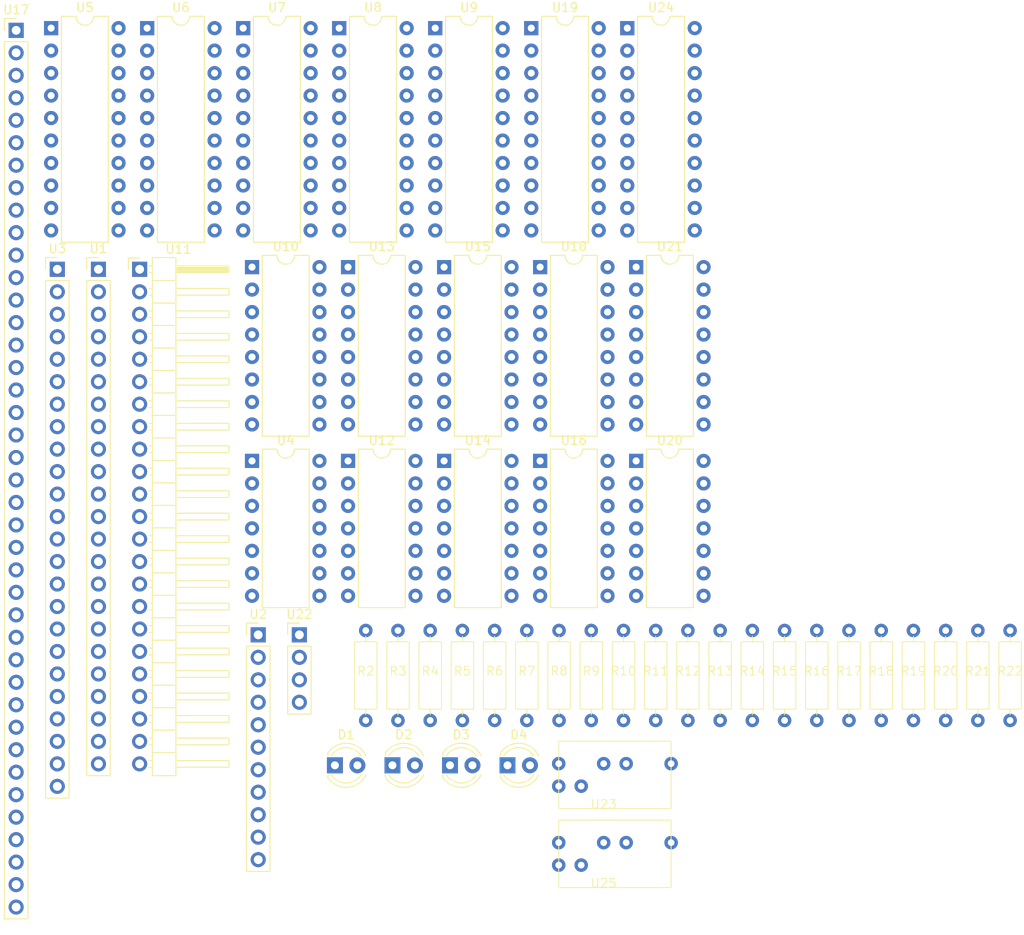
<source format=kicad_pcb>
(kicad_pcb (version 20240108) (generator "pcbnew") (generator_version "8.0")
  (layers (0 "F.Cu" signal) (31 "B.Cu" signal) (34 "B.Paste" user) (35 "F.Paste" user) (36 "B.SilkS" user "B.Silkscreen") (37 "F.SilkS" user "F.Silkscreen") (38 "B.Mask" user) (39 "F.Mask" user) (44 "Edge.Cuts" user))
  (net 0 "")
  (net 1 "Net-(U1-READ_0)")
  (net 2 "Net-(U1-ENABLE)")
  (net 3 "Net-(U1-CLK_A)")
  (net 5 "Net-(U1-READ_1)")
  (net 6 "Net-(U1-D1)")
  (net 8 "Net-(U1-READ_READY)")
  (net 9 "Net-(U1-D4)")
  (net 10 "Net-(U1-WRITE_0)")
  (net 11 "Net-(U1-D2)")
  (net 12 "Net-(U1-CLK_B)")
  (net 13 "Net-(U1-D5)")
  (net 14 "Net-(U1-V+)")
  (net 15 "Net-(D1-K)")
  (net 16 "Net-(U1-D6)")
  (net 18 "Net-(U1-D7)")
  (net 19 "Net-(U1-D0)")
  (net 20 "Net-(U1-D3)")
  (net 22 "Net-(U1-FAULT)")
  (net 23 "Net-(U1-READ_2)")
  (net 24 "Net-(U17-D13)")
  (net 25 "Net-(U10-Q1)")
  (net 26 "Net-(U10-Q3)")
  (net 27 "Net-(U17-D14)")
  (net 28 "Net-(U11-BUS_MOVE_DONE)")
  (net 29 "Net-(U10-Q2)")
  (net 30 "Net-(U17-D15)")
  (net 31 "Net-(U11-START)")
  (net 32 "Net-(U10-Q0)")
  (net 33 "Net-(U17-D12)")
  (net 34 "Net-(U11-BUS_MOVE)")
  (net 35 "Net-(U12-1Q)")
  (net 36 "Net-(U17-A14)")
  (net 37 "Net-(U17-A5)")
  (net 38 "Net-(U17-A2)")
  (net 39 "Net-(U11-CALL_STACK-POP)")
  (net 40 "Net-(U17-A1)")
  (net 41 "Net-(U17-A13)")
  (net 42 "Net-(U17-A12)")
  (net 43 "Net-(U17-A7)")
  (net 44 "Net-(U17-A9)")
  (net 45 "Net-(U17-A3)")
  (net 46 "Net-(U17-A0)")
  (net 47 "Net-(U17-A10)")
  (net 48 "Net-(U14-3B)")
  (net 49 "Net-(U17-A11)")
  (net 50 "Net-(U17-A8)")
  (net 51 "Net-(U11-CALL_STACK-PUSH)")
  (net 52 "Net-(U17-A6)")
  (net 53 "Net-(U17-A4)")
  (net 54 "Net-(U17-A15)")
  (net 55 "Net-(U16-4B)")
  (net 56 "Net-(U16-3B)")
  (net 57 "Net-(U16-3Q)")
  (net 60 "Net-(U20-O4)")
  (net 61 "Net-(U16-2Q)")
  (net 62 "Net-(U21-A1)")
  (net 63 "Net-(U18-A0)")
  (net 64 "Net-(U18-A2)")
  (net 65 "Net-(U21-A0)")
  (net 66 "Net-(U18-A1)")
  (net 67 "Net-(U21-A2)")
  (net 68 "Net-(U21-A3)")
  (net 69 "Net-(U11-PRE_ADDER_LATCH_CLOCK)")
  (net 70 "Net-(U18-A3)")
  (net 71 "Net-(U16-1Q)")
  (net 72 "Net-(U17-D7)")
  (net 73 "Net-(U10-A3)")
  (net 74 "Net-(U20-03)")
  (net 75 "Net-(U17-D6)")
  (net 76 "Net-(U10-A2)")
  (net 77 "Net-(U10-A1)")
  (net 78 "Net-(U17-D4)")
  (net 79 "Net-(U17-D5)")
  (net 80 "Net-(U10-A0)")
  (net 81 "Net-(U15-A1)")
  (net 82 "Net-(U15-A3)")
  (net 83 "Net-(U13-A3)")
  (net 84 "Net-(U15-A0)")
  (net 85 "Net-(U13-A2)")
  (net 86 "Net-(U15-A2)")
  (net 87 "Net-(U13-A1)")
  (net 88 "Net-(U13-A0)")
  (net 89 "Net-(D1-A)")
  (net 90 "Net-(U11-PROG_READ)")
  (net 91 "Net-(U11-CALL_STACK-OE)")
  (net 92 "Net-(U11-FAULT)")
  (net 93 "Net-(U11-GOTO_LATCHES_OE)")
  (net 94 "Net-(U11-POST_ADDER_LATCH_CLOCK)")
  (net 95 "Net-(U11-PROG_READ_DONE)")
  (net 96 "Net-(D2-A)")
  (net 97 "Net-(D3-A)")
  (net 98 "Net-(D4-A)")
  (net 99 "Net-(U11-POST_ADDER_LATCH_OE)")
  (net 100 "Net-(U12-3B)")
  (net 101 "Net-(U12-4Q)")
  (net 102 "Net-(U12-2Q)")
  (net 104 "Net-(U13-Σ0)")
  (net 105 "Net-(U13-Σ2)")
  (net 106 "Net-(U13-Σ3)")
  (net 107 "Net-(U13-Σ1)")
  (net 108 "Net-(U13-C_IN)")
  (net 112 "Net-(U15-Σ3)")
  (net 113 "Net-(U15-B0)")
  (net 114 "Net-(U15-Σ0)")
  (net 115 "Net-(U15-Σ1)")
  (net 116 "Net-(U15-C_IN)")
  (net 117 "Net-(U15-Σ2)")
  (net 118 "Net-(U18-Σ2)")
  (net 119 "Net-(U18-C_IN)")
  (net 120 "Net-(U18-Σ0)")
  (net 121 "Net-(U18-Σ1)")
  (net 122 "Net-(U18-Σ3)")
  (net 123 "Net-(U19-OE#)")
  (net 127 "Net-(U16-4Q)")
  (net 128 "Net-(U21-Σ3)")
  (net 129 "Net-(U21-Σ0)")
  (net 130 "Net-(U21-Σ2)")
  (net 131 "Net-(U21-Σ1)")
  (net 132 "Net-(U17-Done)")
  (footprint "LED_THT:LED_D4.0mm" (layer "F.Cu") (at 144.845 137.15)
    (property "Reference" "D2")
    (property "Value" "LED")
  )
  (footprint "Package_DIP:DIP-20_W7.62mm" (layer "F.Cu") (at 160.53 53.86)
    (property "Reference" "U19")
    (property "Value" "~")
  )
  (footprint "Connector_PinHeader_2.54mm:PinHeader_1x04_P2.54mm_Vertical" (layer "F.Cu") (at 134.33 122.41)
    (property "Reference" "U22")
    (property "Value" "~")
  )
  (footprint "custom_footprint_library:jumper" (layer "F.Cu") (at 168.712 150.965)
    (property "Reference" "U25")
    (property "Value" "~")
  )
  (footprint "Connector_PinHeader_2.54mm:PinHeader_1x24_P2.54mm_Vertical" (layer "F.Cu") (at 106.98 81.11)
    (property "Reference" "U3")
    (property "Value" "~")
  )
  (footprint "Package_DIP:DIP-20_W7.62mm" (layer "F.Cu") (at 127.98 53.86)
    (property "Reference" "U7")
    (property "Value" "~")
  )
  (footprint "Connector_PinHeader_2.54mm:PinHeader_1x40_P2.54mm_Vertical" (layer "F.Cu") (at 102.33 54.11)
    (property "Reference" "U17")
    (property "Value" "~")
  )
  (footprint "Package_DIP:DIP-14_W7.62mm" (layer "F.Cu") (at 128.98 102.76)
    (property "Reference" "U4")
    (property "Value" "~")
  )
  (footprint "Package_DIP:DIP-14_W7.62mm" (layer "F.Cu") (at 161.53 102.76)
    (property "Reference" "U16")
    (property "Value" "~")
  )
  (footprint "Package_DIP:DIP-16_W7.62mm" (layer "F.Cu") (at 139.83 80.86)
    (property "Reference" "U13")
    (property "Value" "~")
  )
  (footprint "Package_DIP:DIP-16_W7.62mm" (layer "F.Cu") (at 128.98 80.86)
    (property "Reference" "U10")
    (property "Value" "~")
  )
  (footprint "custom_footprint_library:0.4_pitch_resistor" (layer "F.Cu") (at 189.15 127)
    (property "Reference" "R15")
    (property "Value" "10k")
  )
  (footprint "custom_footprint_library:0.4_pitch_resistor" (layer "F.Cu") (at 203.71 127)
    (property "Reference" "R19")
    (property "Value" "10k")
  )
  (footprint "Package_DIP:DIP-14_W7.62mm" (layer "F.Cu") (at 150.68 102.76)
    (property "Reference" "U14")
    (property "Value" "~")
  )
  (footprint "LED_THT:LED_D4.0mm" (layer "F.Cu") (at 151.345 137.15)
    (property "Reference" "D3")
    (property "Value" "LED")
  )
  (footprint "Package_DIP:DIP-20_W7.62mm" (layer "F.Cu") (at 149.68 53.86)
    (property "Reference" "U9")
    (property "Value" "~")
  )
  (footprint "custom_footprint_library:0.4_pitch_resistor" (layer "F.Cu") (at 167.31 127)
    (property "Reference" "R9")
    (property "Value" "10k")
  )
  (footprint "custom_footprint_library:0.4_pitch_resistor" (layer "F.Cu") (at 214.63 127)
    (property "Reference" "R22")
    (property "Value" "10k")
  )
  (footprint "custom_footprint_library:0.4_pitch_resistor" (layer "F.Cu") (at 160.03 127)
    (property "Reference" "R7")
    (property "Value" "10k")
  )
  (footprint "Connector_PinHeader_2.54mm:PinHeader_1x23_P2.54mm_Vertical" (layer "F.Cu") (at 111.63 81.11)
    (property "Reference" "U1")
    (property "Value" "~")
  )
  (footprint "custom_footprint_library:0.4_pitch_resistor" (layer "F.Cu") (at 145.47 127)
    (property "Reference" "R3")
    (property "Value" "10k")
  )
  (footprint "custom_footprint_library:0.4_pitch_resistor" (layer "F.Cu") (at 149.11 127)
    (property "Reference" "R4")
    (property "Value" "10k")
  )
  (footprint "Connector_PinHeader_2.54mm:PinHeader_1x11_P2.54mm_Vertical" (layer "F.Cu") (at 129.68 122.41)
    (property "Reference" "U2")
    (property "Value" "~")
  )
  (footprint "Package_DIP:DIP-16_W7.62mm" (layer "F.Cu") (at 161.53 80.86)
    (property "Reference" "U18")
    (property "Value" "~")
  )
  (footprint "custom_footprint_library:0.4_pitch_resistor" (layer "F.Cu") (at 181.87 127)
    (property "Reference" "R13")
    (property "Value" "10k")
  )
  (footprint "Package_DIP:DIP-20_W7.62mm" (layer "F.Cu") (at 106.28 53.86)
    (property "Reference" "U5")
    (property "Value" "~")
  )
  (footprint "Package_DIP:DIP-14_W7.62mm" (layer "F.Cu") (at 172.38 102.76)
    (property "Reference" "U20")
    (property "Value" "~")
  )
  (footprint "custom_footprint_library:0.4_pitch_resistor" (layer "F.Cu") (at 163.67 127)
    (property "Reference" "R8")
    (property "Value" "10k")
  )
  (footprint "Package_DIP:DIP-20_W7.62mm" (layer "F.Cu") (at 171.38 53.86)
    (property "Reference" "U24")
    (property "Value" "~")
  )
  (footprint "custom_footprint_library:0.4_pitch_resistor" (layer "F.Cu") (at 185.51 127)
    (property "Reference" "R14")
    (property "Value" "10k")
  )
  (footprint "Package_DIP:DIP-14_W7.62mm" (layer "F.Cu") (at 139.83 102.76)
    (property "Reference" "U12")
    (property "Value" "~")
  )
  (footprint "custom_footprint_library:0.4_pitch_resistor" (layer "F.Cu") (at 210.99 127)
    (property "Reference" "R21")
    (property "Value" "10k")
  )
  (footprint "Package_DIP:DIP-20_W7.62mm" (layer "F.Cu") (at 117.13 53.86)
    (property "Reference" "U6")
    (property "Value" "~")
  )
  (footprint "LED_THT:LED_D4.0mm" (layer "F.Cu") (at 138.345 137.15)
    (property "Reference" "D1")
    (property "Value" "LED")
  )
  (footprint "Package_DIP:DIP-16_W7.62mm" (layer "F.Cu") (at 150.68 80.86)
    (property "Reference" "U15")
    (property "Value" "~")
  )
  (footprint "custom_footprint_library:0.4_pitch_resistor" (layer "F.Cu") (at 174.59 127)
    (property "Reference" "R11")
    (property "Value" "10k")
  )
  (footprint "custom_footprint_library:0.4_pitch_resistor" (layer "F.Cu") (at 178.23 127)
    (property "Reference" "R12")
    (property "Value" "10k")
  )
  (footprint "custom_footprint_library:0.4_pitch_resistor" (layer "F.Cu") (at 170.95 127)
    (property "Reference" "R10")
    (property "Value" "10k")
  )
  (footprint "custom_footprint_library:jumper" (layer "F.Cu") (at 168.712 142.045)
    (property "Reference" "U23")
    (property "Value" "~")
  )
  (footprint "custom_footprint_library:0.4_pitch_resistor" (layer "F.Cu") (at 207.35 127)
    (property "Reference" "R20")
    (property "Value" "10k")
  )
  (footprint "LED_THT:LED_D4.0mm" (layer "F.Cu") (at 157.845 137.15)
    (property "Reference" "D4")
    (property "Value" "LED")
  )
  (footprint "Package_DIP:DIP-16_W7.62mm" (layer "F.Cu") (at 172.38 80.86)
    (property "Reference" "U21")
    (property "Value" "~")
  )
  (footprint "custom_footprint_library:0.4_pitch_resistor" (layer "F.Cu") (at 192.79 127)
    (property "Reference" "R16")
    (property "Value" "10k")
  )
  (footprint "Connector_PinHeader_2.54mm:PinHeader_1x23_P2.54mm_Horizontal" (layer "F.Cu") (at 116.28 81.11)
    (property "Reference" "U11")
    (property "Value" "~")
  )
  (footprint "custom_footprint_library:0.4_pitch_resistor" (layer "F.Cu") (at 141.83 127)
    (property "Reference" "R2")
    (property "Value" "10k")
  )
  (footprint "custom_footprint_library:0.4_pitch_resistor" (layer "F.Cu") (at 200.07 127)
    (property "Reference" "R18")
    (property "Value" "10k")
  )
  (footprint "Package_DIP:DIP-20_W7.62mm" (layer "F.Cu") (at 138.83 53.86)
    (property "Reference" "U8")
    (property "Value" "~")
  )
  (footprint "custom_footprint_library:0.4_pitch_resistor" (layer "F.Cu") (at 196.43 127)
    (property "Reference" "R17")
    (property "Value" "10k")
  )
  (footprint "custom_footprint_library:0.4_pitch_resistor" (layer "F.Cu") (at 152.75 127)
    (property "Reference" "R5")
    (property "Value" "10k")
  )
  (footprint "custom_footprint_library:0.4_pitch_resistor" (layer "F.Cu") (at 156.39 127)
    (property "Reference" "R6")
    (property "Value" "10k")
  )
)
</source>
